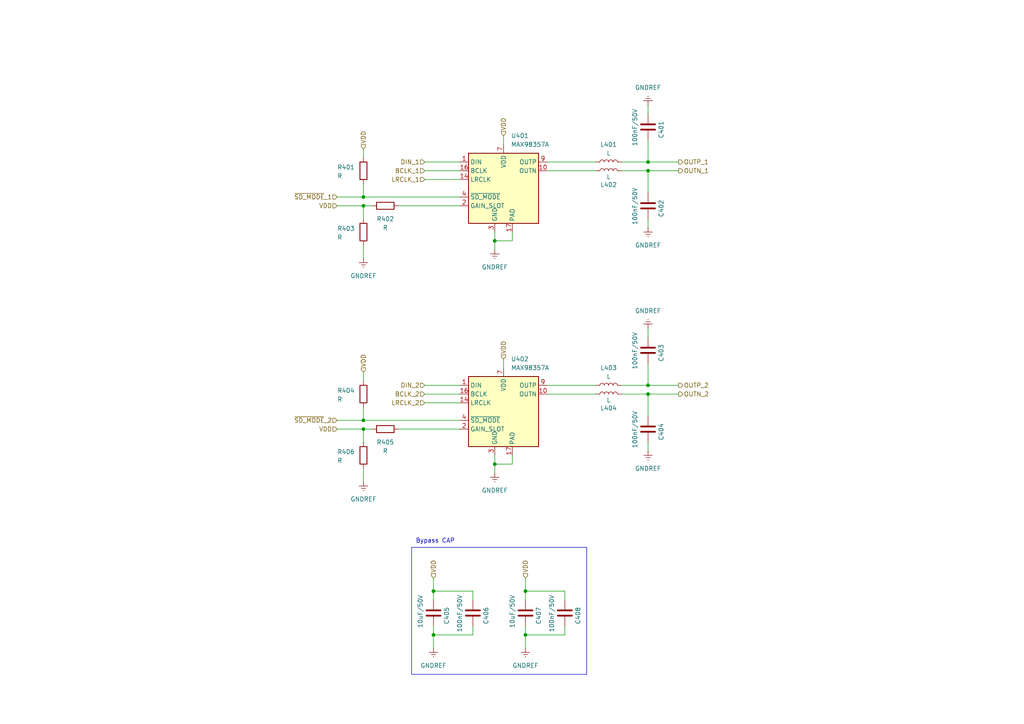
<source format=kicad_sch>
(kicad_sch
	(version 20250114)
	(generator "eeschema")
	(generator_version "9.0")
	(uuid "c1304ce8-21d6-4e4c-b1b6-aba4c9dddb16")
	(paper "A4")
	(title_block
		(title "PCB_BLE_Speaker")
		(date "2025-11-16")
		(rev "R.Casas")
	)
	(lib_symbols
		(symbol "Audio:MAX98357A"
			(exclude_from_sim no)
			(in_bom yes)
			(on_board yes)
			(property "Reference" "U"
				(at -8.89 11.43 0)
				(effects
					(font
						(size 1.27 1.27)
					)
				)
			)
			(property "Value" "MAX98357A"
				(at 10.16 11.43 0)
				(effects
					(font
						(size 1.27 1.27)
					)
				)
			)
			(property "Footprint" "Package_DFN_QFN:TQFN-16-1EP_3x3mm_P0.5mm_EP1.23x1.23mm"
				(at -1.27 -2.54 0)
				(effects
					(font
						(size 1.27 1.27)
					)
					(hide yes)
				)
			)
			(property "Datasheet" "https://www.analog.com/media/en/technical-documentation/data-sheets/MAX98357A-MAX98357B.pdf"
				(at 0 -2.54 0)
				(effects
					(font
						(size 1.27 1.27)
					)
					(hide yes)
				)
			)
			(property "Description" "Mono DAC with amplifier, I2S, PCM, TDM, 32-bit, 96khz, 3.2W, TQFP-16"
				(at 0 0 0)
				(effects
					(font
						(size 1.27 1.27)
					)
					(hide yes)
				)
			)
			(property "ki_keywords" "pcm tdm i2s left-justified amplifier audio dac"
				(at 0 0 0)
				(effects
					(font
						(size 1.27 1.27)
					)
					(hide yes)
				)
			)
			(property "ki_fp_filters" "TQFN*3x3mm*P0.5mm*EP1.23x1.23mm*"
				(at 0 0 0)
				(effects
					(font
						(size 1.27 1.27)
					)
					(hide yes)
				)
			)
			(symbol "MAX98357A_1_1"
				(rectangle
					(start -10.16 10.16)
					(end 10.16 -10.16)
					(stroke
						(width 0.254)
						(type default)
					)
					(fill
						(type background)
					)
				)
				(pin input line
					(at -12.7 7.62 0)
					(length 2.54)
					(name "DIN"
						(effects
							(font
								(size 1.27 1.27)
							)
						)
					)
					(number "1"
						(effects
							(font
								(size 1.27 1.27)
							)
						)
					)
				)
				(pin input line
					(at -12.7 5.08 0)
					(length 2.54)
					(name "BCLK"
						(effects
							(font
								(size 1.27 1.27)
							)
						)
					)
					(number "16"
						(effects
							(font
								(size 1.27 1.27)
							)
						)
					)
				)
				(pin input line
					(at -12.7 2.54 0)
					(length 2.54)
					(name "LRCLK"
						(effects
							(font
								(size 1.27 1.27)
							)
						)
					)
					(number "14"
						(effects
							(font
								(size 1.27 1.27)
							)
						)
					)
				)
				(pin input line
					(at -12.7 -2.54 0)
					(length 2.54)
					(name "~{SD_MODE}"
						(effects
							(font
								(size 1.27 1.27)
							)
						)
					)
					(number "4"
						(effects
							(font
								(size 1.27 1.27)
							)
						)
					)
				)
				(pin passive line
					(at -12.7 -5.08 0)
					(length 2.54)
					(name "GAIN_SLOT"
						(effects
							(font
								(size 1.27 1.27)
							)
						)
					)
					(number "2"
						(effects
							(font
								(size 1.27 1.27)
							)
						)
					)
				)
				(pin passive line
					(at -2.54 -12.7 90)
					(length 2.54)
					(hide yes)
					(name "GND"
						(effects
							(font
								(size 1.27 1.27)
							)
						)
					)
					(number "11"
						(effects
							(font
								(size 1.27 1.27)
							)
						)
					)
				)
				(pin passive line
					(at -2.54 -12.7 90)
					(length 2.54)
					(hide yes)
					(name "GND"
						(effects
							(font
								(size 1.27 1.27)
							)
						)
					)
					(number "15"
						(effects
							(font
								(size 1.27 1.27)
							)
						)
					)
				)
				(pin power_in line
					(at -2.54 -12.7 90)
					(length 2.54)
					(name "GND"
						(effects
							(font
								(size 1.27 1.27)
							)
						)
					)
					(number "3"
						(effects
							(font
								(size 1.27 1.27)
							)
						)
					)
				)
				(pin power_in line
					(at 0 12.7 270)
					(length 2.54)
					(name "VDD"
						(effects
							(font
								(size 1.27 1.27)
							)
						)
					)
					(number "7"
						(effects
							(font
								(size 1.27 1.27)
							)
						)
					)
				)
				(pin passive line
					(at 0 12.7 270)
					(length 2.54)
					(hide yes)
					(name "VDD"
						(effects
							(font
								(size 1.27 1.27)
							)
						)
					)
					(number "8"
						(effects
							(font
								(size 1.27 1.27)
							)
						)
					)
				)
				(pin unspecified line
					(at 2.54 -12.7 90)
					(length 2.54)
					(name "PAD"
						(effects
							(font
								(size 1.27 1.27)
							)
						)
					)
					(number "17"
						(effects
							(font
								(size 1.27 1.27)
							)
						)
					)
				)
				(pin no_connect line
					(at 10.16 2.54 180)
					(length 2.54)
					(hide yes)
					(name "NC"
						(effects
							(font
								(size 1.27 1.27)
							)
						)
					)
					(number "5"
						(effects
							(font
								(size 1.27 1.27)
							)
						)
					)
				)
				(pin no_connect line
					(at 10.16 0 180)
					(length 2.54)
					(hide yes)
					(name "NC"
						(effects
							(font
								(size 1.27 1.27)
							)
						)
					)
					(number "6"
						(effects
							(font
								(size 1.27 1.27)
							)
						)
					)
				)
				(pin no_connect line
					(at 10.16 -5.08 180)
					(length 2.54)
					(hide yes)
					(name "NC"
						(effects
							(font
								(size 1.27 1.27)
							)
						)
					)
					(number "12"
						(effects
							(font
								(size 1.27 1.27)
							)
						)
					)
				)
				(pin no_connect line
					(at 10.16 -7.62 180)
					(length 2.54)
					(hide yes)
					(name "NC"
						(effects
							(font
								(size 1.27 1.27)
							)
						)
					)
					(number "13"
						(effects
							(font
								(size 1.27 1.27)
							)
						)
					)
				)
				(pin output line
					(at 12.7 7.62 180)
					(length 2.54)
					(name "OUTP"
						(effects
							(font
								(size 1.27 1.27)
							)
						)
					)
					(number "9"
						(effects
							(font
								(size 1.27 1.27)
							)
						)
					)
				)
				(pin output line
					(at 12.7 5.08 180)
					(length 2.54)
					(name "OUTN"
						(effects
							(font
								(size 1.27 1.27)
							)
						)
					)
					(number "10"
						(effects
							(font
								(size 1.27 1.27)
							)
						)
					)
				)
			)
			(embedded_fonts no)
		)
		(symbol "Device:C"
			(pin_numbers
				(hide yes)
			)
			(pin_names
				(offset 0.254)
			)
			(exclude_from_sim no)
			(in_bom yes)
			(on_board yes)
			(property "Reference" "C"
				(at 0.635 2.54 0)
				(effects
					(font
						(size 1.27 1.27)
					)
					(justify left)
				)
			)
			(property "Value" "C"
				(at 0.635 -2.54 0)
				(effects
					(font
						(size 1.27 1.27)
					)
					(justify left)
				)
			)
			(property "Footprint" ""
				(at 0.9652 -3.81 0)
				(effects
					(font
						(size 1.27 1.27)
					)
					(hide yes)
				)
			)
			(property "Datasheet" "~"
				(at 0 0 0)
				(effects
					(font
						(size 1.27 1.27)
					)
					(hide yes)
				)
			)
			(property "Description" "Unpolarized capacitor"
				(at 0 0 0)
				(effects
					(font
						(size 1.27 1.27)
					)
					(hide yes)
				)
			)
			(property "ki_keywords" "cap capacitor"
				(at 0 0 0)
				(effects
					(font
						(size 1.27 1.27)
					)
					(hide yes)
				)
			)
			(property "ki_fp_filters" "C_*"
				(at 0 0 0)
				(effects
					(font
						(size 1.27 1.27)
					)
					(hide yes)
				)
			)
			(symbol "C_0_1"
				(polyline
					(pts
						(xy -2.032 0.762) (xy 2.032 0.762)
					)
					(stroke
						(width 0.508)
						(type default)
					)
					(fill
						(type none)
					)
				)
				(polyline
					(pts
						(xy -2.032 -0.762) (xy 2.032 -0.762)
					)
					(stroke
						(width 0.508)
						(type default)
					)
					(fill
						(type none)
					)
				)
			)
			(symbol "C_1_1"
				(pin passive line
					(at 0 3.81 270)
					(length 2.794)
					(name "~"
						(effects
							(font
								(size 1.27 1.27)
							)
						)
					)
					(number "1"
						(effects
							(font
								(size 1.27 1.27)
							)
						)
					)
				)
				(pin passive line
					(at 0 -3.81 90)
					(length 2.794)
					(name "~"
						(effects
							(font
								(size 1.27 1.27)
							)
						)
					)
					(number "2"
						(effects
							(font
								(size 1.27 1.27)
							)
						)
					)
				)
			)
			(embedded_fonts no)
		)
		(symbol "Device:L"
			(pin_numbers
				(hide yes)
			)
			(pin_names
				(offset 1.016)
				(hide yes)
			)
			(exclude_from_sim no)
			(in_bom yes)
			(on_board yes)
			(property "Reference" "L"
				(at -1.27 0 90)
				(effects
					(font
						(size 1.27 1.27)
					)
				)
			)
			(property "Value" "L"
				(at 1.905 0 90)
				(effects
					(font
						(size 1.27 1.27)
					)
				)
			)
			(property "Footprint" ""
				(at 0 0 0)
				(effects
					(font
						(size 1.27 1.27)
					)
					(hide yes)
				)
			)
			(property "Datasheet" "~"
				(at 0 0 0)
				(effects
					(font
						(size 1.27 1.27)
					)
					(hide yes)
				)
			)
			(property "Description" "Inductor"
				(at 0 0 0)
				(effects
					(font
						(size 1.27 1.27)
					)
					(hide yes)
				)
			)
			(property "ki_keywords" "inductor choke coil reactor magnetic"
				(at 0 0 0)
				(effects
					(font
						(size 1.27 1.27)
					)
					(hide yes)
				)
			)
			(property "ki_fp_filters" "Choke_* *Coil* Inductor_* L_*"
				(at 0 0 0)
				(effects
					(font
						(size 1.27 1.27)
					)
					(hide yes)
				)
			)
			(symbol "L_0_1"
				(arc
					(start 0 2.54)
					(mid 0.6323 1.905)
					(end 0 1.27)
					(stroke
						(width 0)
						(type default)
					)
					(fill
						(type none)
					)
				)
				(arc
					(start 0 1.27)
					(mid 0.6323 0.635)
					(end 0 0)
					(stroke
						(width 0)
						(type default)
					)
					(fill
						(type none)
					)
				)
				(arc
					(start 0 0)
					(mid 0.6323 -0.635)
					(end 0 -1.27)
					(stroke
						(width 0)
						(type default)
					)
					(fill
						(type none)
					)
				)
				(arc
					(start 0 -1.27)
					(mid 0.6323 -1.905)
					(end 0 -2.54)
					(stroke
						(width 0)
						(type default)
					)
					(fill
						(type none)
					)
				)
			)
			(symbol "L_1_1"
				(pin passive line
					(at 0 3.81 270)
					(length 1.27)
					(name "1"
						(effects
							(font
								(size 1.27 1.27)
							)
						)
					)
					(number "1"
						(effects
							(font
								(size 1.27 1.27)
							)
						)
					)
				)
				(pin passive line
					(at 0 -3.81 90)
					(length 1.27)
					(name "2"
						(effects
							(font
								(size 1.27 1.27)
							)
						)
					)
					(number "2"
						(effects
							(font
								(size 1.27 1.27)
							)
						)
					)
				)
			)
			(embedded_fonts no)
		)
		(symbol "Device:R"
			(pin_numbers
				(hide yes)
			)
			(pin_names
				(offset 0)
			)
			(exclude_from_sim no)
			(in_bom yes)
			(on_board yes)
			(property "Reference" "R"
				(at 2.032 0 90)
				(effects
					(font
						(size 1.27 1.27)
					)
				)
			)
			(property "Value" "R"
				(at 0 0 90)
				(effects
					(font
						(size 1.27 1.27)
					)
				)
			)
			(property "Footprint" ""
				(at -1.778 0 90)
				(effects
					(font
						(size 1.27 1.27)
					)
					(hide yes)
				)
			)
			(property "Datasheet" "~"
				(at 0 0 0)
				(effects
					(font
						(size 1.27 1.27)
					)
					(hide yes)
				)
			)
			(property "Description" "Resistor"
				(at 0 0 0)
				(effects
					(font
						(size 1.27 1.27)
					)
					(hide yes)
				)
			)
			(property "ki_keywords" "R res resistor"
				(at 0 0 0)
				(effects
					(font
						(size 1.27 1.27)
					)
					(hide yes)
				)
			)
			(property "ki_fp_filters" "R_*"
				(at 0 0 0)
				(effects
					(font
						(size 1.27 1.27)
					)
					(hide yes)
				)
			)
			(symbol "R_0_1"
				(rectangle
					(start -1.016 -2.54)
					(end 1.016 2.54)
					(stroke
						(width 0.254)
						(type default)
					)
					(fill
						(type none)
					)
				)
			)
			(symbol "R_1_1"
				(pin passive line
					(at 0 3.81 270)
					(length 1.27)
					(name "~"
						(effects
							(font
								(size 1.27 1.27)
							)
						)
					)
					(number "1"
						(effects
							(font
								(size 1.27 1.27)
							)
						)
					)
				)
				(pin passive line
					(at 0 -3.81 90)
					(length 1.27)
					(name "~"
						(effects
							(font
								(size 1.27 1.27)
							)
						)
					)
					(number "2"
						(effects
							(font
								(size 1.27 1.27)
							)
						)
					)
				)
			)
			(embedded_fonts no)
		)
		(symbol "power:GNDREF"
			(power)
			(pin_numbers
				(hide yes)
			)
			(pin_names
				(offset 0)
				(hide yes)
			)
			(exclude_from_sim no)
			(in_bom yes)
			(on_board yes)
			(property "Reference" "#PWR"
				(at 0 -6.35 0)
				(effects
					(font
						(size 1.27 1.27)
					)
					(hide yes)
				)
			)
			(property "Value" "GNDREF"
				(at 0 -3.81 0)
				(effects
					(font
						(size 1.27 1.27)
					)
				)
			)
			(property "Footprint" ""
				(at 0 0 0)
				(effects
					(font
						(size 1.27 1.27)
					)
					(hide yes)
				)
			)
			(property "Datasheet" ""
				(at 0 0 0)
				(effects
					(font
						(size 1.27 1.27)
					)
					(hide yes)
				)
			)
			(property "Description" "Power symbol creates a global label with name \"GNDREF\" , reference supply ground"
				(at 0 0 0)
				(effects
					(font
						(size 1.27 1.27)
					)
					(hide yes)
				)
			)
			(property "ki_keywords" "global power"
				(at 0 0 0)
				(effects
					(font
						(size 1.27 1.27)
					)
					(hide yes)
				)
			)
			(symbol "GNDREF_0_1"
				(polyline
					(pts
						(xy -0.635 -1.905) (xy 0.635 -1.905)
					)
					(stroke
						(width 0)
						(type default)
					)
					(fill
						(type none)
					)
				)
				(polyline
					(pts
						(xy -0.127 -2.54) (xy 0.127 -2.54)
					)
					(stroke
						(width 0)
						(type default)
					)
					(fill
						(type none)
					)
				)
				(polyline
					(pts
						(xy 0 -1.27) (xy 0 0)
					)
					(stroke
						(width 0)
						(type default)
					)
					(fill
						(type none)
					)
				)
				(polyline
					(pts
						(xy 1.27 -1.27) (xy -1.27 -1.27)
					)
					(stroke
						(width 0)
						(type default)
					)
					(fill
						(type none)
					)
				)
			)
			(symbol "GNDREF_1_1"
				(pin power_in line
					(at 0 0 270)
					(length 0)
					(name "~"
						(effects
							(font
								(size 1.27 1.27)
							)
						)
					)
					(number "1"
						(effects
							(font
								(size 1.27 1.27)
							)
						)
					)
				)
			)
			(embedded_fonts no)
		)
	)
	(rectangle
		(start 119.38 158.75)
		(end 170.18 195.58)
		(stroke
			(width 0)
			(type default)
		)
		(fill
			(type none)
		)
		(uuid f71d166b-8ce1-4e06-ba96-dd89de93b614)
	)
	(text "Bypass CAP"
		(exclude_from_sim no)
		(at 126.238 156.972 0)
		(effects
			(font
				(size 1.27 1.27)
			)
		)
		(uuid "1d93740e-cd81-4610-bfa5-8476e2063c8d")
	)
	(junction
		(at 105.41 59.69)
		(diameter 0)
		(color 0 0 0 0)
		(uuid "37d9da96-8b7d-4b71-a4fd-fcd7b4a6ff7f")
	)
	(junction
		(at 187.96 49.53)
		(diameter 0)
		(color 0 0 0 0)
		(uuid "402d6d25-d0e9-4da5-9a6e-70ef7e9b34f0")
	)
	(junction
		(at 187.96 111.76)
		(diameter 0)
		(color 0 0 0 0)
		(uuid "43662d89-d3b2-4dfc-9902-8d2609b553a8")
	)
	(junction
		(at 105.41 124.46)
		(diameter 0)
		(color 0 0 0 0)
		(uuid "4426dc12-55b1-4852-ac21-1e625452b156")
	)
	(junction
		(at 143.51 134.62)
		(diameter 0)
		(color 0 0 0 0)
		(uuid "449f4f08-d5f3-4cc3-bb4a-93e736747bf8")
	)
	(junction
		(at 143.51 69.85)
		(diameter 0)
		(color 0 0 0 0)
		(uuid "8732844c-8c63-4c11-a455-300fc1c2c2a5")
	)
	(junction
		(at 125.73 184.15)
		(diameter 0)
		(color 0 0 0 0)
		(uuid "b15db7b6-72d6-4aca-902f-f4b46d337d68")
	)
	(junction
		(at 152.4 171.45)
		(diameter 0)
		(color 0 0 0 0)
		(uuid "b1d9b798-74bd-4e79-aeb4-9e77390db1d2")
	)
	(junction
		(at 152.4 184.15)
		(diameter 0)
		(color 0 0 0 0)
		(uuid "bfb07561-1305-4f97-9de5-e890f504c9ce")
	)
	(junction
		(at 105.41 57.15)
		(diameter 0)
		(color 0 0 0 0)
		(uuid "d11a5625-290a-4066-8e5b-f64931160a01")
	)
	(junction
		(at 125.73 171.45)
		(diameter 0)
		(color 0 0 0 0)
		(uuid "d730ff40-631c-4a1b-b02a-50c1b3eb97b1")
	)
	(junction
		(at 187.96 114.3)
		(diameter 0)
		(color 0 0 0 0)
		(uuid "dbc711a5-6688-4e74-b56a-c99b45a4b4e0")
	)
	(junction
		(at 187.96 46.99)
		(diameter 0)
		(color 0 0 0 0)
		(uuid "dca4dad3-5504-40a0-9963-bf2998d38fba")
	)
	(junction
		(at 105.41 121.92)
		(diameter 0)
		(color 0 0 0 0)
		(uuid "e1f1989f-c4b3-44e3-82b9-0e4c09abb0d0")
	)
	(wire
		(pts
			(xy 123.19 52.07) (xy 133.35 52.07)
		)
		(stroke
			(width 0)
			(type default)
		)
		(uuid "08fbec30-0a64-4dfd-829c-96b7fe936c41")
	)
	(wire
		(pts
			(xy 97.79 57.15) (xy 105.41 57.15)
		)
		(stroke
			(width 0)
			(type default)
		)
		(uuid "0a4ab41a-9a3a-4fef-92ea-4ba90b8b774b")
	)
	(wire
		(pts
			(xy 143.51 137.16) (xy 143.51 134.62)
		)
		(stroke
			(width 0)
			(type default)
		)
		(uuid "0c57d814-b448-4d01-9869-3f6eb671bbc1")
	)
	(wire
		(pts
			(xy 137.16 173.99) (xy 137.16 171.45)
		)
		(stroke
			(width 0)
			(type default)
		)
		(uuid "120bcd47-1b96-4cbe-ae6a-b06351b0bf96")
	)
	(wire
		(pts
			(xy 148.59 134.62) (xy 143.51 134.62)
		)
		(stroke
			(width 0)
			(type default)
		)
		(uuid "183384fe-0c74-4622-8977-b24e1230e7f5")
	)
	(wire
		(pts
			(xy 180.34 114.3) (xy 187.96 114.3)
		)
		(stroke
			(width 0)
			(type default)
		)
		(uuid "1b34177d-6527-48f3-bdc7-f04dd3084eb5")
	)
	(wire
		(pts
			(xy 97.79 121.92) (xy 105.41 121.92)
		)
		(stroke
			(width 0)
			(type default)
		)
		(uuid "1c46501b-e4f4-484e-93df-39d000169370")
	)
	(wire
		(pts
			(xy 105.41 71.12) (xy 105.41 74.93)
		)
		(stroke
			(width 0)
			(type default)
		)
		(uuid "21382b97-3a1e-4970-ad71-e2205de75367")
	)
	(wire
		(pts
			(xy 125.73 167.64) (xy 125.73 171.45)
		)
		(stroke
			(width 0)
			(type default)
		)
		(uuid "23b6f758-59a9-4260-a559-94891a2390af")
	)
	(wire
		(pts
			(xy 152.4 167.64) (xy 152.4 171.45)
		)
		(stroke
			(width 0)
			(type default)
		)
		(uuid "2508f9e6-1dfb-4698-b98b-7ade0f49c598")
	)
	(wire
		(pts
			(xy 123.19 114.3) (xy 133.35 114.3)
		)
		(stroke
			(width 0)
			(type default)
		)
		(uuid "282600b2-83e2-4cbf-a62f-1bd57aaf20b2")
	)
	(wire
		(pts
			(xy 163.83 171.45) (xy 152.4 171.45)
		)
		(stroke
			(width 0)
			(type default)
		)
		(uuid "2d1fa6e4-2d6b-4efa-81ed-075eec5aad3c")
	)
	(wire
		(pts
			(xy 163.83 184.15) (xy 152.4 184.15)
		)
		(stroke
			(width 0)
			(type default)
		)
		(uuid "32c2337d-64a1-47cb-b811-eddb35cf76a2")
	)
	(wire
		(pts
			(xy 137.16 181.61) (xy 137.16 184.15)
		)
		(stroke
			(width 0)
			(type default)
		)
		(uuid "33bcde5c-2ee7-425a-ab06-b1be9d568116")
	)
	(wire
		(pts
			(xy 123.19 49.53) (xy 133.35 49.53)
		)
		(stroke
			(width 0)
			(type default)
		)
		(uuid "365ad130-18e1-48a2-b1c4-342ea317d5c9")
	)
	(wire
		(pts
			(xy 105.41 135.89) (xy 105.41 139.7)
		)
		(stroke
			(width 0)
			(type default)
		)
		(uuid "383b3052-b30c-4d80-b00d-0e933a3387b3")
	)
	(wire
		(pts
			(xy 180.34 46.99) (xy 187.96 46.99)
		)
		(stroke
			(width 0)
			(type default)
		)
		(uuid "3f09e8bc-41ef-4460-9153-63f3a89f9106")
	)
	(wire
		(pts
			(xy 158.75 49.53) (xy 172.72 49.53)
		)
		(stroke
			(width 0)
			(type default)
		)
		(uuid "43dec6c8-ec01-4b4e-a369-dc2690edfa70")
	)
	(wire
		(pts
			(xy 105.41 53.34) (xy 105.41 57.15)
		)
		(stroke
			(width 0)
			(type default)
		)
		(uuid "4f3f787a-f089-4cce-a6d9-79a3ef45c343")
	)
	(wire
		(pts
			(xy 148.59 69.85) (xy 143.51 69.85)
		)
		(stroke
			(width 0)
			(type default)
		)
		(uuid "5456daec-ad1c-40c6-a8c9-aef57a208a6e")
	)
	(wire
		(pts
			(xy 152.4 184.15) (xy 152.4 187.96)
		)
		(stroke
			(width 0)
			(type default)
		)
		(uuid "57bd94b5-7fb7-462a-927d-1da023deb61b")
	)
	(wire
		(pts
			(xy 125.73 181.61) (xy 125.73 184.15)
		)
		(stroke
			(width 0)
			(type default)
		)
		(uuid "5e6cbd08-006d-4585-81ed-2d2ba18661ac")
	)
	(wire
		(pts
			(xy 187.96 114.3) (xy 187.96 120.65)
		)
		(stroke
			(width 0)
			(type default)
		)
		(uuid "62eb19b0-6b3e-498a-af26-61ee5c6a0e02")
	)
	(wire
		(pts
			(xy 105.41 118.11) (xy 105.41 121.92)
		)
		(stroke
			(width 0)
			(type default)
		)
		(uuid "64765659-eb63-48d4-8587-1fec5b5b065b")
	)
	(wire
		(pts
			(xy 146.05 39.37) (xy 146.05 41.91)
		)
		(stroke
			(width 0)
			(type default)
		)
		(uuid "654d8391-2e2c-4ed5-842d-271d9d3a8359")
	)
	(wire
		(pts
			(xy 97.79 124.46) (xy 105.41 124.46)
		)
		(stroke
			(width 0)
			(type default)
		)
		(uuid "665a6efe-161a-42e7-a36b-ccf6031e3137")
	)
	(wire
		(pts
			(xy 123.19 111.76) (xy 133.35 111.76)
		)
		(stroke
			(width 0)
			(type default)
		)
		(uuid "6c633adc-7c2f-4a93-aa35-5856af6d2e3c")
	)
	(wire
		(pts
			(xy 187.96 30.48) (xy 187.96 33.02)
		)
		(stroke
			(width 0)
			(type default)
		)
		(uuid "74bb9662-d852-4df1-ac71-36713dbb4d23")
	)
	(wire
		(pts
			(xy 152.4 181.61) (xy 152.4 184.15)
		)
		(stroke
			(width 0)
			(type default)
		)
		(uuid "76ed8162-a5e1-487b-b70e-f917527101fa")
	)
	(wire
		(pts
			(xy 187.96 111.76) (xy 196.85 111.76)
		)
		(stroke
			(width 0)
			(type default)
		)
		(uuid "7a25126a-f4f4-4f97-9fa3-0c070f63cf9c")
	)
	(wire
		(pts
			(xy 105.41 107.95) (xy 105.41 110.49)
		)
		(stroke
			(width 0)
			(type default)
		)
		(uuid "7c5a5543-4e33-451a-bf82-1b84981f251a")
	)
	(wire
		(pts
			(xy 137.16 171.45) (xy 125.73 171.45)
		)
		(stroke
			(width 0)
			(type default)
		)
		(uuid "7f27a3da-830c-4d8d-bb42-01083af59f65")
	)
	(wire
		(pts
			(xy 187.96 105.41) (xy 187.96 111.76)
		)
		(stroke
			(width 0)
			(type default)
		)
		(uuid "8415950b-989c-4ff3-8693-514acfd7e4d5")
	)
	(wire
		(pts
			(xy 187.96 95.25) (xy 187.96 97.79)
		)
		(stroke
			(width 0)
			(type default)
		)
		(uuid "85999538-bb6b-4662-8e49-730dae4b3817")
	)
	(wire
		(pts
			(xy 123.19 46.99) (xy 133.35 46.99)
		)
		(stroke
			(width 0)
			(type default)
		)
		(uuid "85dea425-f567-405b-8138-41785d41cc8f")
	)
	(wire
		(pts
			(xy 158.75 111.76) (xy 172.72 111.76)
		)
		(stroke
			(width 0)
			(type default)
		)
		(uuid "8c569110-ca18-4a29-99be-cef2bd2a383c")
	)
	(wire
		(pts
			(xy 187.96 40.64) (xy 187.96 46.99)
		)
		(stroke
			(width 0)
			(type default)
		)
		(uuid "90f84238-c957-44cf-9a9a-0ce5afad247f")
	)
	(wire
		(pts
			(xy 105.41 59.69) (xy 105.41 63.5)
		)
		(stroke
			(width 0)
			(type default)
		)
		(uuid "98319e83-cd3d-4aa6-9772-39506209863a")
	)
	(wire
		(pts
			(xy 137.16 184.15) (xy 125.73 184.15)
		)
		(stroke
			(width 0)
			(type default)
		)
		(uuid "9ca2d156-f541-42a0-8d81-62e9981f0bcc")
	)
	(wire
		(pts
			(xy 105.41 124.46) (xy 107.95 124.46)
		)
		(stroke
			(width 0)
			(type default)
		)
		(uuid "9ce021dc-9f3e-4394-ae4d-6aee63832df5")
	)
	(wire
		(pts
			(xy 105.41 57.15) (xy 133.35 57.15)
		)
		(stroke
			(width 0)
			(type default)
		)
		(uuid "9f48de82-c8d6-4d98-826d-4ee350dc400a")
	)
	(wire
		(pts
			(xy 97.79 59.69) (xy 105.41 59.69)
		)
		(stroke
			(width 0)
			(type default)
		)
		(uuid "a1426999-577a-48c0-87c5-ae05228f5d41")
	)
	(wire
		(pts
			(xy 143.51 134.62) (xy 143.51 132.08)
		)
		(stroke
			(width 0)
			(type default)
		)
		(uuid "a368a8a1-01b3-4689-b964-552e8334e8fa")
	)
	(wire
		(pts
			(xy 187.96 128.27) (xy 187.96 130.81)
		)
		(stroke
			(width 0)
			(type default)
		)
		(uuid "a52bb1bf-eea7-4910-a364-2074b280afec")
	)
	(wire
		(pts
			(xy 105.41 124.46) (xy 105.41 128.27)
		)
		(stroke
			(width 0)
			(type default)
		)
		(uuid "a78387c5-c235-40a5-b44f-d1d0c63d1094")
	)
	(wire
		(pts
			(xy 180.34 111.76) (xy 187.96 111.76)
		)
		(stroke
			(width 0)
			(type default)
		)
		(uuid "aa1a33ec-04d9-4178-bb66-9493571de0c2")
	)
	(wire
		(pts
			(xy 163.83 173.99) (xy 163.83 171.45)
		)
		(stroke
			(width 0)
			(type default)
		)
		(uuid "b0b4d223-5f9b-4f36-9684-07c48e0a1ca6")
	)
	(wire
		(pts
			(xy 158.75 114.3) (xy 172.72 114.3)
		)
		(stroke
			(width 0)
			(type default)
		)
		(uuid "b9a93d9d-8e1e-4c76-932d-2c7f3b057e6c")
	)
	(wire
		(pts
			(xy 105.41 59.69) (xy 107.95 59.69)
		)
		(stroke
			(width 0)
			(type default)
		)
		(uuid "bc3b1640-3d9c-421a-8df8-7f7d6370b09a")
	)
	(wire
		(pts
			(xy 180.34 49.53) (xy 187.96 49.53)
		)
		(stroke
			(width 0)
			(type default)
		)
		(uuid "c3bb2575-624d-4bc4-a06e-94647a5fcda8")
	)
	(wire
		(pts
			(xy 158.75 46.99) (xy 172.72 46.99)
		)
		(stroke
			(width 0)
			(type default)
		)
		(uuid "c5669ecd-0625-4bad-929b-cae065b4633e")
	)
	(wire
		(pts
			(xy 105.41 121.92) (xy 133.35 121.92)
		)
		(stroke
			(width 0)
			(type default)
		)
		(uuid "cfc69ca9-9bfa-4981-81b4-e76a1ced2eaa")
	)
	(wire
		(pts
			(xy 187.96 49.53) (xy 196.85 49.53)
		)
		(stroke
			(width 0)
			(type default)
		)
		(uuid "d0fc6c60-7124-4b5f-8669-05dd7a0d7ace")
	)
	(wire
		(pts
			(xy 105.41 43.18) (xy 105.41 45.72)
		)
		(stroke
			(width 0)
			(type default)
		)
		(uuid "d30db83f-1ad3-4b22-85d6-a33df6fe2230")
	)
	(wire
		(pts
			(xy 148.59 132.08) (xy 148.59 134.62)
		)
		(stroke
			(width 0)
			(type default)
		)
		(uuid "d31f7ac1-fdbd-4788-b5d4-654a66cbad08")
	)
	(wire
		(pts
			(xy 187.96 63.5) (xy 187.96 66.04)
		)
		(stroke
			(width 0)
			(type default)
		)
		(uuid "d3a4a615-1484-4dd4-92bf-207b81544e8c")
	)
	(wire
		(pts
			(xy 146.05 104.14) (xy 146.05 106.68)
		)
		(stroke
			(width 0)
			(type default)
		)
		(uuid "d5ce78c3-844e-4b14-80ad-16aefbb56086")
	)
	(wire
		(pts
			(xy 123.19 116.84) (xy 133.35 116.84)
		)
		(stroke
			(width 0)
			(type default)
		)
		(uuid "db9de138-acdd-4713-8eb1-710eef251dd8")
	)
	(wire
		(pts
			(xy 125.73 184.15) (xy 125.73 187.96)
		)
		(stroke
			(width 0)
			(type default)
		)
		(uuid "dbc3c586-a48c-4c66-999f-31946e97c3aa")
	)
	(wire
		(pts
			(xy 125.73 171.45) (xy 125.73 173.99)
		)
		(stroke
			(width 0)
			(type default)
		)
		(uuid "e08f0df2-a9b9-4c48-a166-7120f107425e")
	)
	(wire
		(pts
			(xy 115.57 124.46) (xy 133.35 124.46)
		)
		(stroke
			(width 0)
			(type default)
		)
		(uuid "e0d6ffa4-296b-43bd-a9e6-44cc546277a0")
	)
	(wire
		(pts
			(xy 187.96 114.3) (xy 196.85 114.3)
		)
		(stroke
			(width 0)
			(type default)
		)
		(uuid "e0f2469a-6593-4452-9fa6-3641db045113")
	)
	(wire
		(pts
			(xy 163.83 181.61) (xy 163.83 184.15)
		)
		(stroke
			(width 0)
			(type default)
		)
		(uuid "e8dfa447-54c3-490f-9863-9ce83b2f909e")
	)
	(wire
		(pts
			(xy 187.96 49.53) (xy 187.96 55.88)
		)
		(stroke
			(width 0)
			(type default)
		)
		(uuid "f1ac2f11-23a2-4a2e-be20-a34076ab5323")
	)
	(wire
		(pts
			(xy 152.4 171.45) (xy 152.4 173.99)
		)
		(stroke
			(width 0)
			(type default)
		)
		(uuid "f2cc3f9e-4274-4e99-ba70-1da6944f69f7")
	)
	(wire
		(pts
			(xy 143.51 69.85) (xy 143.51 67.31)
		)
		(stroke
			(width 0)
			(type default)
		)
		(uuid "f488cc09-ebfa-4ed9-bbb4-73f87d99ac3d")
	)
	(wire
		(pts
			(xy 115.57 59.69) (xy 133.35 59.69)
		)
		(stroke
			(width 0)
			(type default)
		)
		(uuid "f5cc3eb3-1920-4444-a293-455a4e21e3f9")
	)
	(wire
		(pts
			(xy 148.59 67.31) (xy 148.59 69.85)
		)
		(stroke
			(width 0)
			(type default)
		)
		(uuid "f6b47be8-e477-443b-aa17-42197bdac827")
	)
	(wire
		(pts
			(xy 143.51 72.39) (xy 143.51 69.85)
		)
		(stroke
			(width 0)
			(type default)
		)
		(uuid "f9787b4a-1e2a-4020-a9d0-feef0333e4f3")
	)
	(wire
		(pts
			(xy 187.96 46.99) (xy 196.85 46.99)
		)
		(stroke
			(width 0)
			(type default)
		)
		(uuid "ffc1fd7c-2306-4aea-9097-6e08e3aa14fa")
	)
	(hierarchical_label "OUTN_2"
		(shape output)
		(at 196.85 114.3 0)
		(effects
			(font
				(size 1.27 1.27)
			)
			(justify left)
		)
		(uuid "03d32a02-5382-46c5-bfb3-8705e5a73b67")
	)
	(hierarchical_label "OUTP_1"
		(shape output)
		(at 196.85 46.99 0)
		(effects
			(font
				(size 1.27 1.27)
			)
			(justify left)
		)
		(uuid "04a6cedd-8313-420f-92ca-363f23badf20")
	)
	(hierarchical_label "VDD"
		(shape input)
		(at 97.79 59.69 180)
		(effects
			(font
				(size 1.27 1.27)
			)
			(justify right)
		)
		(uuid "0b9c4045-378b-4cf0-8ebe-47d653f39093")
	)
	(hierarchical_label "LRCLK_1"
		(shape input)
		(at 123.19 52.07 180)
		(effects
			(font
				(size 1.27 1.27)
			)
			(justify right)
		)
		(uuid "15e8b383-5c0c-4080-a9ce-b1ad17c14db7")
	)
	(hierarchical_label "VDD"
		(shape input)
		(at 97.79 124.46 180)
		(effects
			(font
				(size 1.27 1.27)
			)
			(justify right)
		)
		(uuid "1978a614-cd61-4e23-8914-4771c907988d")
	)
	(hierarchical_label "VDD"
		(shape input)
		(at 105.41 107.95 90)
		(effects
			(font
				(size 1.27 1.27)
			)
			(justify left)
		)
		(uuid "228eea47-67e8-406a-a643-338a44914675")
	)
	(hierarchical_label "DIN_2"
		(shape input)
		(at 123.19 111.76 180)
		(effects
			(font
				(size 1.27 1.27)
			)
			(justify right)
		)
		(uuid "47a885e8-c8af-4e82-bd0b-b57cae173e2f")
	)
	(hierarchical_label "~{SD_MODE}_1"
		(shape input)
		(at 97.79 57.15 180)
		(effects
			(font
				(size 1.27 1.27)
			)
			(justify right)
		)
		(uuid "5493e62c-518c-4298-a885-9f0b414dbc8b")
	)
	(hierarchical_label "OUTP_2"
		(shape output)
		(at 196.85 111.76 0)
		(effects
			(font
				(size 1.27 1.27)
			)
			(justify left)
		)
		(uuid "609d03a5-2ad1-4198-be95-71325b2bc2e1")
	)
	(hierarchical_label "~{SD_MODE}_2"
		(shape input)
		(at 97.79 121.92 180)
		(effects
			(font
				(size 1.27 1.27)
			)
			(justify right)
		)
		(uuid "65ff7003-34a4-4307-a852-de5a95a0f16a")
	)
	(hierarchical_label "VDD"
		(shape input)
		(at 152.4 167.64 90)
		(effects
			(font
				(size 1.27 1.27)
			)
			(justify left)
		)
		(uuid "9ef4b551-fa76-4ff3-9dbc-53cd44aab565")
	)
	(hierarchical_label "VDD"
		(shape input)
		(at 105.41 43.18 90)
		(effects
			(font
				(size 1.27 1.27)
			)
			(justify left)
		)
		(uuid "a3178724-2bc7-47b0-bd85-bfd9bbce448e")
	)
	(hierarchical_label "BCLK_2"
		(shape input)
		(at 123.19 114.3 180)
		(effects
			(font
				(size 1.27 1.27)
			)
			(justify right)
		)
		(uuid "a7746599-9d55-428e-abf4-afd5c0c39cf4")
	)
	(hierarchical_label "VDD"
		(shape input)
		(at 146.05 39.37 90)
		(effects
			(font
				(size 1.27 1.27)
			)
			(justify left)
		)
		(uuid "a8f572a6-b1e7-455b-ae5e-7f7d605152e6")
	)
	(hierarchical_label "DIN_1"
		(shape input)
		(at 123.19 46.99 180)
		(effects
			(font
				(size 1.27 1.27)
			)
			(justify right)
		)
		(uuid "d550eedb-7fa9-4f83-87be-7b1124ec7223")
	)
	(hierarchical_label "VDD"
		(shape input)
		(at 146.05 104.14 90)
		(effects
			(font
				(size 1.27 1.27)
			)
			(justify left)
		)
		(uuid "d6b22c5f-3505-4e4a-90c7-bc4e7c30a9c2")
	)
	(hierarchical_label "OUTN_1"
		(shape output)
		(at 196.85 49.53 0)
		(effects
			(font
				(size 1.27 1.27)
			)
			(justify left)
		)
		(uuid "d9be31c0-8fbb-4829-8bc8-7364a9f966ab")
	)
	(hierarchical_label "VDD"
		(shape input)
		(at 125.73 167.64 90)
		(effects
			(font
				(size 1.27 1.27)
			)
			(justify left)
		)
		(uuid "e17c5b86-9351-478f-a78d-a79715c711dc")
	)
	(hierarchical_label "LRCLK_2"
		(shape input)
		(at 123.19 116.84 180)
		(effects
			(font
				(size 1.27 1.27)
			)
			(justify right)
		)
		(uuid "e34724b5-97bd-4609-adc5-94163eadc1b8")
	)
	(hierarchical_label "BCLK_1"
		(shape input)
		(at 123.19 49.53 180)
		(effects
			(font
				(size 1.27 1.27)
			)
			(justify right)
		)
		(uuid "f338dc4e-e2cd-40ef-b785-38cd40e8ad10")
	)
	(symbol
		(lib_id "Device:R")
		(at 111.76 59.69 90)
		(unit 1)
		(exclude_from_sim no)
		(in_bom yes)
		(on_board yes)
		(dnp no)
		(uuid "06b93da2-c2cd-4938-a5ae-d805e2781543")
		(property "Reference" "R402"
			(at 111.76 63.5 90)
			(effects
				(font
					(size 1.27 1.27)
				)
			)
		)
		(property "Value" "R"
			(at 111.76 66.04 90)
			(effects
				(font
					(size 1.27 1.27)
				)
			)
		)
		(property "Footprint" "Resistor_SMD:R_0603_1608Metric_Pad0.98x0.95mm_HandSolder"
			(at 111.76 61.468 90)
			(effects
				(font
					(size 1.27 1.27)
				)
				(hide yes)
			)
		)
		(property "Datasheet" "~"
			(at 111.76 59.69 0)
			(effects
				(font
					(size 1.27 1.27)
				)
				(hide yes)
			)
		)
		(property "Description" "Resistor"
			(at 111.76 59.69 0)
			(effects
				(font
					(size 1.27 1.27)
				)
				(hide yes)
			)
		)
		(pin "1"
			(uuid "9ced9372-22aa-4f1e-a3bc-3489bc725ec7")
		)
		(pin "2"
			(uuid "a8ebf500-ae64-4ebf-a485-9c6e166c6381")
		)
		(instances
			(project "PCB_BLE_Speaker"
				(path "/ee5079a3-7a94-4c31-a728-9ec7d03fd2da/2701977a-8f84-4dc8-9ab3-64ac234169d7"
					(reference "R402")
					(unit 1)
				)
			)
		)
	)
	(symbol
		(lib_id "Device:C")
		(at 125.73 177.8 180)
		(unit 1)
		(exclude_from_sim no)
		(in_bom yes)
		(on_board yes)
		(dnp no)
		(uuid "1f114e75-10a0-49bb-82ac-8e690970a5a1")
		(property "Reference" "C405"
			(at 129.54 176.022 90)
			(effects
				(font
					(size 1.27 1.27)
				)
				(justify left)
			)
		)
		(property "Value" "10uF/50V"
			(at 121.92 172.466 90)
			(effects
				(font
					(size 1.27 1.27)
				)
				(justify left)
			)
		)
		(property "Footprint" "Capacitor_SMD:C_0603_1608Metric_Pad1.08x0.95mm_HandSolder"
			(at 124.7648 173.99 0)
			(effects
				(font
					(size 1.27 1.27)
				)
				(hide yes)
			)
		)
		(property "Datasheet" "~"
			(at 125.73 177.8 0)
			(effects
				(font
					(size 1.27 1.27)
				)
				(hide yes)
			)
		)
		(property "Description" "Unpolarized capacitor"
			(at 125.73 177.8 0)
			(effects
				(font
					(size 1.27 1.27)
				)
				(hide yes)
			)
		)
		(pin "1"
			(uuid "a0947e3d-6367-438e-845e-7f9cc0c39e6f")
		)
		(pin "2"
			(uuid "9eb8b6e4-7900-4db4-8074-adcb2bb248f5")
		)
		(instances
			(project "PCB_BLE_Speaker"
				(path "/ee5079a3-7a94-4c31-a728-9ec7d03fd2da/2701977a-8f84-4dc8-9ab3-64ac234169d7"
					(reference "C405")
					(unit 1)
				)
			)
		)
	)
	(symbol
		(lib_id "power:GNDREF")
		(at 187.96 30.48 180)
		(unit 1)
		(exclude_from_sim no)
		(in_bom yes)
		(on_board yes)
		(dnp no)
		(fields_autoplaced yes)
		(uuid "2563f7a3-a22a-460d-b53e-225a49eeb2ff")
		(property "Reference" "#PWR0401"
			(at 187.96 24.13 0)
			(effects
				(font
					(size 1.27 1.27)
				)
				(hide yes)
			)
		)
		(property "Value" "GNDREF"
			(at 187.96 25.4 0)
			(effects
				(font
					(size 1.27 1.27)
				)
			)
		)
		(property "Footprint" ""
			(at 187.96 30.48 0)
			(effects
				(font
					(size 1.27 1.27)
				)
				(hide yes)
			)
		)
		(property "Datasheet" ""
			(at 187.96 30.48 0)
			(effects
				(font
					(size 1.27 1.27)
				)
				(hide yes)
			)
		)
		(property "Description" "Power symbol creates a global label with name \"GNDREF\" , reference supply ground"
			(at 187.96 30.48 0)
			(effects
				(font
					(size 1.27 1.27)
				)
				(hide yes)
			)
		)
		(pin "1"
			(uuid "9e5495a8-19f1-428e-a4a4-0b79b71e41c1")
		)
		(instances
			(project ""
				(path "/ee5079a3-7a94-4c31-a728-9ec7d03fd2da/2701977a-8f84-4dc8-9ab3-64ac234169d7"
					(reference "#PWR0401")
					(unit 1)
				)
			)
		)
	)
	(symbol
		(lib_id "power:GNDREF")
		(at 143.51 137.16 0)
		(unit 1)
		(exclude_from_sim no)
		(in_bom yes)
		(on_board yes)
		(dnp no)
		(fields_autoplaced yes)
		(uuid "287fdf96-0e3d-4d1d-a79b-2651e4a45729")
		(property "Reference" "#PWR0407"
			(at 143.51 143.51 0)
			(effects
				(font
					(size 1.27 1.27)
				)
				(hide yes)
			)
		)
		(property "Value" "GNDREF"
			(at 143.51 142.24 0)
			(effects
				(font
					(size 1.27 1.27)
				)
			)
		)
		(property "Footprint" ""
			(at 143.51 137.16 0)
			(effects
				(font
					(size 1.27 1.27)
				)
				(hide yes)
			)
		)
		(property "Datasheet" ""
			(at 143.51 137.16 0)
			(effects
				(font
					(size 1.27 1.27)
				)
				(hide yes)
			)
		)
		(property "Description" "Power symbol creates a global label with name \"GNDREF\" , reference supply ground"
			(at 143.51 137.16 0)
			(effects
				(font
					(size 1.27 1.27)
				)
				(hide yes)
			)
		)
		(pin "1"
			(uuid "89830c9c-f194-4ef2-a883-bb4d964c82b4")
		)
		(instances
			(project "PCB_BLE_Speaker"
				(path "/ee5079a3-7a94-4c31-a728-9ec7d03fd2da/2701977a-8f84-4dc8-9ab3-64ac234169d7"
					(reference "#PWR0407")
					(unit 1)
				)
			)
		)
	)
	(symbol
		(lib_id "Device:R")
		(at 105.41 49.53 0)
		(unit 1)
		(exclude_from_sim no)
		(in_bom yes)
		(on_board yes)
		(dnp no)
		(uuid "2944184f-1638-4f44-835c-aa4f0f4cd051")
		(property "Reference" "R401"
			(at 97.79 48.514 0)
			(effects
				(font
					(size 1.27 1.27)
				)
				(justify left)
			)
		)
		(property "Value" "R"
			(at 97.79 51.054 0)
			(effects
				(font
					(size 1.27 1.27)
				)
				(justify left)
			)
		)
		(property "Footprint" "Resistor_SMD:R_0603_1608Metric_Pad0.98x0.95mm_HandSolder"
			(at 103.632 49.53 90)
			(effects
				(font
					(size 1.27 1.27)
				)
				(hide yes)
			)
		)
		(property "Datasheet" "~"
			(at 105.41 49.53 0)
			(effects
				(font
					(size 1.27 1.27)
				)
				(hide yes)
			)
		)
		(property "Description" "Resistor"
			(at 105.41 49.53 0)
			(effects
				(font
					(size 1.27 1.27)
				)
				(hide yes)
			)
		)
		(pin "1"
			(uuid "148d87a9-65fc-45ac-b5d5-66eed3117cea")
		)
		(pin "2"
			(uuid "2126ed2a-52a8-48d3-b0e6-0d6f42053927")
		)
		(instances
			(project "PCB_BLE_Speaker"
				(path "/ee5079a3-7a94-4c31-a728-9ec7d03fd2da/2701977a-8f84-4dc8-9ab3-64ac234169d7"
					(reference "R401")
					(unit 1)
				)
			)
		)
	)
	(symbol
		(lib_id "Device:C")
		(at 187.96 124.46 180)
		(unit 1)
		(exclude_from_sim no)
		(in_bom yes)
		(on_board yes)
		(dnp no)
		(uuid "2cda661a-5524-4288-9f51-67fe43e1f176")
		(property "Reference" "C404"
			(at 191.77 122.682 90)
			(effects
				(font
					(size 1.27 1.27)
				)
				(justify left)
			)
		)
		(property "Value" "100nF/50V"
			(at 184.15 119.126 90)
			(effects
				(font
					(size 1.27 1.27)
				)
				(justify left)
			)
		)
		(property "Footprint" "Capacitor_SMD:C_0603_1608Metric_Pad1.08x0.95mm_HandSolder"
			(at 186.9948 120.65 0)
			(effects
				(font
					(size 1.27 1.27)
				)
				(hide yes)
			)
		)
		(property "Datasheet" "~"
			(at 187.96 124.46 0)
			(effects
				(font
					(size 1.27 1.27)
				)
				(hide yes)
			)
		)
		(property "Description" "Unpolarized capacitor"
			(at 187.96 124.46 0)
			(effects
				(font
					(size 1.27 1.27)
				)
				(hide yes)
			)
		)
		(pin "1"
			(uuid "d34e0d93-f7a9-402d-aef4-7f67f129d7d1")
		)
		(pin "2"
			(uuid "25c76335-16f0-4893-974e-b2261b70374d")
		)
		(instances
			(project "PCB_BLE_Speaker"
				(path "/ee5079a3-7a94-4c31-a728-9ec7d03fd2da/2701977a-8f84-4dc8-9ab3-64ac234169d7"
					(reference "C404")
					(unit 1)
				)
			)
		)
	)
	(symbol
		(lib_id "Device:C")
		(at 163.83 177.8 180)
		(unit 1)
		(exclude_from_sim no)
		(in_bom yes)
		(on_board yes)
		(dnp no)
		(uuid "3a5e91f1-9537-497b-a568-2c32d44f4b79")
		(property "Reference" "C408"
			(at 167.64 176.022 90)
			(effects
				(font
					(size 1.27 1.27)
				)
				(justify left)
			)
		)
		(property "Value" "100nF/50V"
			(at 160.02 172.466 90)
			(effects
				(font
					(size 1.27 1.27)
				)
				(justify left)
			)
		)
		(property "Footprint" "Capacitor_SMD:C_0603_1608Metric_Pad1.08x0.95mm_HandSolder"
			(at 162.8648 173.99 0)
			(effects
				(font
					(size 1.27 1.27)
				)
				(hide yes)
			)
		)
		(property "Datasheet" "~"
			(at 163.83 177.8 0)
			(effects
				(font
					(size 1.27 1.27)
				)
				(hide yes)
			)
		)
		(property "Description" "Unpolarized capacitor"
			(at 163.83 177.8 0)
			(effects
				(font
					(size 1.27 1.27)
				)
				(hide yes)
			)
		)
		(pin "1"
			(uuid "95f3d209-e4af-4049-90b6-c8b4c02fff10")
		)
		(pin "2"
			(uuid "d5cfd702-e609-436e-8645-7972c488cbad")
		)
		(instances
			(project "PCB_BLE_Speaker"
				(path "/ee5079a3-7a94-4c31-a728-9ec7d03fd2da/2701977a-8f84-4dc8-9ab3-64ac234169d7"
					(reference "C408")
					(unit 1)
				)
			)
		)
	)
	(symbol
		(lib_id "Device:L")
		(at 176.53 46.99 90)
		(unit 1)
		(exclude_from_sim no)
		(in_bom yes)
		(on_board yes)
		(dnp no)
		(fields_autoplaced yes)
		(uuid "3cb782d7-e22f-4cc7-9090-59f8ccb6969b")
		(property "Reference" "L401"
			(at 176.53 41.91 90)
			(effects
				(font
					(size 1.27 1.27)
				)
			)
		)
		(property "Value" "L"
			(at 176.53 44.45 90)
			(effects
				(font
					(size 1.27 1.27)
				)
			)
		)
		(property "Footprint" "Inductor_SMD:L_0603_1608Metric_Pad1.05x0.95mm_HandSolder"
			(at 176.53 46.99 0)
			(effects
				(font
					(size 1.27 1.27)
				)
				(hide yes)
			)
		)
		(property "Datasheet" "~"
			(at 176.53 46.99 0)
			(effects
				(font
					(size 1.27 1.27)
				)
				(hide yes)
			)
		)
		(property "Description" "Inductor"
			(at 176.53 46.99 0)
			(effects
				(font
					(size 1.27 1.27)
				)
				(hide yes)
			)
		)
		(pin "2"
			(uuid "9434582b-3fc1-4edc-bb25-4d7b145c7177")
		)
		(pin "1"
			(uuid "f01508b0-e778-4e89-9773-0a7e877b1361")
		)
		(instances
			(project ""
				(path "/ee5079a3-7a94-4c31-a728-9ec7d03fd2da/2701977a-8f84-4dc8-9ab3-64ac234169d7"
					(reference "L401")
					(unit 1)
				)
			)
		)
	)
	(symbol
		(lib_id "Device:R")
		(at 111.76 124.46 90)
		(unit 1)
		(exclude_from_sim no)
		(in_bom yes)
		(on_board yes)
		(dnp no)
		(uuid "3f7a3284-a21d-41f8-a055-887baf8774cf")
		(property "Reference" "R405"
			(at 111.76 128.27 90)
			(effects
				(font
					(size 1.27 1.27)
				)
			)
		)
		(property "Value" "R"
			(at 111.76 130.81 90)
			(effects
				(font
					(size 1.27 1.27)
				)
			)
		)
		(property "Footprint" "Resistor_SMD:R_0603_1608Metric_Pad0.98x0.95mm_HandSolder"
			(at 111.76 126.238 90)
			(effects
				(font
					(size 1.27 1.27)
				)
				(hide yes)
			)
		)
		(property "Datasheet" "~"
			(at 111.76 124.46 0)
			(effects
				(font
					(size 1.27 1.27)
				)
				(hide yes)
			)
		)
		(property "Description" "Resistor"
			(at 111.76 124.46 0)
			(effects
				(font
					(size 1.27 1.27)
				)
				(hide yes)
			)
		)
		(pin "1"
			(uuid "681a2a26-4a75-4e13-9385-cee20b721d5a")
		)
		(pin "2"
			(uuid "372fa475-2db8-44a5-8bba-eb72f44ce3b7")
		)
		(instances
			(project "PCB_BLE_Speaker"
				(path "/ee5079a3-7a94-4c31-a728-9ec7d03fd2da/2701977a-8f84-4dc8-9ab3-64ac234169d7"
					(reference "R405")
					(unit 1)
				)
			)
		)
	)
	(symbol
		(lib_id "Device:C")
		(at 187.96 59.69 180)
		(unit 1)
		(exclude_from_sim no)
		(in_bom yes)
		(on_board yes)
		(dnp no)
		(uuid "42915ed1-af79-41fd-a714-53593a093c57")
		(property "Reference" "C402"
			(at 191.77 57.912 90)
			(effects
				(font
					(size 1.27 1.27)
				)
				(justify left)
			)
		)
		(property "Value" "100nF/50V"
			(at 184.15 54.356 90)
			(effects
				(font
					(size 1.27 1.27)
				)
				(justify left)
			)
		)
		(property "Footprint" "Capacitor_SMD:C_0603_1608Metric_Pad1.08x0.95mm_HandSolder"
			(at 186.9948 55.88 0)
			(effects
				(font
					(size 1.27 1.27)
				)
				(hide yes)
			)
		)
		(property "Datasheet" "~"
			(at 187.96 59.69 0)
			(effects
				(font
					(size 1.27 1.27)
				)
				(hide yes)
			)
		)
		(property "Description" "Unpolarized capacitor"
			(at 187.96 59.69 0)
			(effects
				(font
					(size 1.27 1.27)
				)
				(hide yes)
			)
		)
		(pin "1"
			(uuid "e84a5967-661b-4af4-a84e-0b132058af37")
		)
		(pin "2"
			(uuid "e0a489a1-b6e3-4ca0-9a50-82d3496a5dec")
		)
		(instances
			(project "PCB_BLE_Speaker"
				(path "/ee5079a3-7a94-4c31-a728-9ec7d03fd2da/2701977a-8f84-4dc8-9ab3-64ac234169d7"
					(reference "C402")
					(unit 1)
				)
			)
		)
	)
	(symbol
		(lib_id "Device:L")
		(at 176.53 49.53 90)
		(unit 1)
		(exclude_from_sim no)
		(in_bom yes)
		(on_board yes)
		(dnp no)
		(uuid "5d728e93-812e-440a-8a32-8969bc0820de")
		(property "Reference" "L402"
			(at 176.53 53.594 90)
			(effects
				(font
					(size 1.27 1.27)
				)
			)
		)
		(property "Value" "L"
			(at 176.53 51.308 90)
			(effects
				(font
					(size 1.27 1.27)
				)
			)
		)
		(property "Footprint" "Inductor_SMD:L_0603_1608Metric_Pad1.05x0.95mm_HandSolder"
			(at 176.53 49.53 0)
			(effects
				(font
					(size 1.27 1.27)
				)
				(hide yes)
			)
		)
		(property "Datasheet" "~"
			(at 176.53 49.53 0)
			(effects
				(font
					(size 1.27 1.27)
				)
				(hide yes)
			)
		)
		(property "Description" "Inductor"
			(at 176.53 49.53 0)
			(effects
				(font
					(size 1.27 1.27)
				)
				(hide yes)
			)
		)
		(pin "2"
			(uuid "a70123ec-5975-4b8b-b2dc-5ffc06de06c1")
		)
		(pin "1"
			(uuid "e3adbd39-ab02-482b-b733-55faf533eb94")
		)
		(instances
			(project "PCB_BLE_Speaker"
				(path "/ee5079a3-7a94-4c31-a728-9ec7d03fd2da/2701977a-8f84-4dc8-9ab3-64ac234169d7"
					(reference "L402")
					(unit 1)
				)
			)
		)
	)
	(symbol
		(lib_id "power:GNDREF")
		(at 105.41 139.7 0)
		(unit 1)
		(exclude_from_sim no)
		(in_bom yes)
		(on_board yes)
		(dnp no)
		(fields_autoplaced yes)
		(uuid "61322590-2672-4791-9231-3f8062ec39c5")
		(property "Reference" "#PWR0408"
			(at 105.41 146.05 0)
			(effects
				(font
					(size 1.27 1.27)
				)
				(hide yes)
			)
		)
		(property "Value" "GNDREF"
			(at 105.41 144.78 0)
			(effects
				(font
					(size 1.27 1.27)
				)
			)
		)
		(property "Footprint" ""
			(at 105.41 139.7 0)
			(effects
				(font
					(size 1.27 1.27)
				)
				(hide yes)
			)
		)
		(property "Datasheet" ""
			(at 105.41 139.7 0)
			(effects
				(font
					(size 1.27 1.27)
				)
				(hide yes)
			)
		)
		(property "Description" "Power symbol creates a global label with name \"GNDREF\" , reference supply ground"
			(at 105.41 139.7 0)
			(effects
				(font
					(size 1.27 1.27)
				)
				(hide yes)
			)
		)
		(pin "1"
			(uuid "c655f80a-eea7-4127-a895-1be5afdad14d")
		)
		(instances
			(project "PCB_BLE_Speaker"
				(path "/ee5079a3-7a94-4c31-a728-9ec7d03fd2da/2701977a-8f84-4dc8-9ab3-64ac234169d7"
					(reference "#PWR0408")
					(unit 1)
				)
			)
		)
	)
	(symbol
		(lib_id "Device:C")
		(at 137.16 177.8 180)
		(unit 1)
		(exclude_from_sim no)
		(in_bom yes)
		(on_board yes)
		(dnp no)
		(uuid "66c1f19a-9ff1-4046-9e66-74df42b1b2f3")
		(property "Reference" "C406"
			(at 140.97 176.022 90)
			(effects
				(font
					(size 1.27 1.27)
				)
				(justify left)
			)
		)
		(property "Value" "100nF/50V"
			(at 133.35 172.466 90)
			(effects
				(font
					(size 1.27 1.27)
				)
				(justify left)
			)
		)
		(property "Footprint" "Capacitor_SMD:C_0603_1608Metric_Pad1.08x0.95mm_HandSolder"
			(at 136.1948 173.99 0)
			(effects
				(font
					(size 1.27 1.27)
				)
				(hide yes)
			)
		)
		(property "Datasheet" "~"
			(at 137.16 177.8 0)
			(effects
				(font
					(size 1.27 1.27)
				)
				(hide yes)
			)
		)
		(property "Description" "Unpolarized capacitor"
			(at 137.16 177.8 0)
			(effects
				(font
					(size 1.27 1.27)
				)
				(hide yes)
			)
		)
		(pin "1"
			(uuid "8366e1c3-4f51-44bc-869c-4062f6e1d0b7")
		)
		(pin "2"
			(uuid "f6a9eb02-21c7-448d-b4a7-39910965cd4b")
		)
		(instances
			(project "PCB_BLE_Speaker"
				(path "/ee5079a3-7a94-4c31-a728-9ec7d03fd2da/2701977a-8f84-4dc8-9ab3-64ac234169d7"
					(reference "C406")
					(unit 1)
				)
			)
		)
	)
	(symbol
		(lib_id "power:GNDREF")
		(at 187.96 66.04 0)
		(unit 1)
		(exclude_from_sim no)
		(in_bom yes)
		(on_board yes)
		(dnp no)
		(fields_autoplaced yes)
		(uuid "6bfe7f1e-76f9-4625-aa5d-6bcf8a71cd5e")
		(property "Reference" "#PWR0402"
			(at 187.96 72.39 0)
			(effects
				(font
					(size 1.27 1.27)
				)
				(hide yes)
			)
		)
		(property "Value" "GNDREF"
			(at 187.96 71.12 0)
			(effects
				(font
					(size 1.27 1.27)
				)
			)
		)
		(property "Footprint" ""
			(at 187.96 66.04 0)
			(effects
				(font
					(size 1.27 1.27)
				)
				(hide yes)
			)
		)
		(property "Datasheet" ""
			(at 187.96 66.04 0)
			(effects
				(font
					(size 1.27 1.27)
				)
				(hide yes)
			)
		)
		(property "Description" "Power symbol creates a global label with name \"GNDREF\" , reference supply ground"
			(at 187.96 66.04 0)
			(effects
				(font
					(size 1.27 1.27)
				)
				(hide yes)
			)
		)
		(pin "1"
			(uuid "77e25982-6922-4e29-9ad9-ce58830eee9a")
		)
		(instances
			(project "PCB_BLE_Speaker"
				(path "/ee5079a3-7a94-4c31-a728-9ec7d03fd2da/2701977a-8f84-4dc8-9ab3-64ac234169d7"
					(reference "#PWR0402")
					(unit 1)
				)
			)
		)
	)
	(symbol
		(lib_id "power:GNDREF")
		(at 152.4 187.96 0)
		(unit 1)
		(exclude_from_sim no)
		(in_bom yes)
		(on_board yes)
		(dnp no)
		(fields_autoplaced yes)
		(uuid "8af12de9-5d41-4844-9fcc-4d11f5018427")
		(property "Reference" "#PWR0410"
			(at 152.4 194.31 0)
			(effects
				(font
					(size 1.27 1.27)
				)
				(hide yes)
			)
		)
		(property "Value" "GNDREF"
			(at 152.4 193.04 0)
			(effects
				(font
					(size 1.27 1.27)
				)
			)
		)
		(property "Footprint" ""
			(at 152.4 187.96 0)
			(effects
				(font
					(size 1.27 1.27)
				)
				(hide yes)
			)
		)
		(property "Datasheet" ""
			(at 152.4 187.96 0)
			(effects
				(font
					(size 1.27 1.27)
				)
				(hide yes)
			)
		)
		(property "Description" "Power symbol creates a global label with name \"GNDREF\" , reference supply ground"
			(at 152.4 187.96 0)
			(effects
				(font
					(size 1.27 1.27)
				)
				(hide yes)
			)
		)
		(pin "1"
			(uuid "7fe1038d-1ce6-4163-89ce-de4dbfc0c1f5")
		)
		(instances
			(project "PCB_BLE_Speaker"
				(path "/ee5079a3-7a94-4c31-a728-9ec7d03fd2da/2701977a-8f84-4dc8-9ab3-64ac234169d7"
					(reference "#PWR0410")
					(unit 1)
				)
			)
		)
	)
	(symbol
		(lib_id "Device:L")
		(at 176.53 114.3 90)
		(unit 1)
		(exclude_from_sim no)
		(in_bom yes)
		(on_board yes)
		(dnp no)
		(uuid "8d7db634-f546-4921-ab85-fa4726794a53")
		(property "Reference" "L404"
			(at 176.53 118.364 90)
			(effects
				(font
					(size 1.27 1.27)
				)
			)
		)
		(property "Value" "L"
			(at 176.53 116.078 90)
			(effects
				(font
					(size 1.27 1.27)
				)
			)
		)
		(property "Footprint" "Inductor_SMD:L_0603_1608Metric_Pad1.05x0.95mm_HandSolder"
			(at 176.53 114.3 0)
			(effects
				(font
					(size 1.27 1.27)
				)
				(hide yes)
			)
		)
		(property "Datasheet" "~"
			(at 176.53 114.3 0)
			(effects
				(font
					(size 1.27 1.27)
				)
				(hide yes)
			)
		)
		(property "Description" "Inductor"
			(at 176.53 114.3 0)
			(effects
				(font
					(size 1.27 1.27)
				)
				(hide yes)
			)
		)
		(pin "2"
			(uuid "ea9f83a6-f300-4ffb-88e6-32d70034d99c")
		)
		(pin "1"
			(uuid "42d1760a-fc57-439a-997d-718def6e5c40")
		)
		(instances
			(project "PCB_BLE_Speaker"
				(path "/ee5079a3-7a94-4c31-a728-9ec7d03fd2da/2701977a-8f84-4dc8-9ab3-64ac234169d7"
					(reference "L404")
					(unit 1)
				)
			)
		)
	)
	(symbol
		(lib_id "Audio:MAX98357A")
		(at 146.05 119.38 0)
		(unit 1)
		(exclude_from_sim no)
		(in_bom yes)
		(on_board yes)
		(dnp no)
		(fields_autoplaced yes)
		(uuid "8f75d264-ba28-46f0-9c59-17e4bd4d7400")
		(property "Reference" "U402"
			(at 148.1933 104.14 0)
			(effects
				(font
					(size 1.27 1.27)
				)
				(justify left)
			)
		)
		(property "Value" "MAX98357A"
			(at 148.1933 106.68 0)
			(effects
				(font
					(size 1.27 1.27)
				)
				(justify left)
			)
		)
		(property "Footprint" "Generic_RCO:TQFN-16-1EP_3x3mm_P0.5mm_EP1.23x1.23mm"
			(at 144.78 121.92 0)
			(effects
				(font
					(size 1.27 1.27)
				)
				(hide yes)
			)
		)
		(property "Datasheet" "https://www.analog.com/media/en/technical-documentation/data-sheets/MAX98357A-MAX98357B.pdf"
			(at 146.05 121.92 0)
			(effects
				(font
					(size 1.27 1.27)
				)
				(hide yes)
			)
		)
		(property "Description" "Mono DAC with amplifier, I2S, PCM, TDM, 32-bit, 96khz, 3.2W, TQFP-16"
			(at 146.05 119.38 0)
			(effects
				(font
					(size 1.27 1.27)
				)
				(hide yes)
			)
		)
		(pin "2"
			(uuid "caf11e9c-4ff1-4b46-ae88-900516d0991b")
		)
		(pin "6"
			(uuid "4aa3259a-11b5-4491-94c7-ba8ef5098d72")
		)
		(pin "8"
			(uuid "8363ab2a-cb47-41f1-b03f-2f241ef734c2")
		)
		(pin "11"
			(uuid "bea760e4-9ce4-4728-9a52-38af555d95d7")
		)
		(pin "15"
			(uuid "300392c5-b00e-40cc-b46b-ebf2b9eb00a0")
		)
		(pin "7"
			(uuid "54c86099-a15f-471c-8ec9-0b2de883bdc1")
		)
		(pin "16"
			(uuid "2147ab49-9707-49db-9ff3-004d6808a84c")
		)
		(pin "9"
			(uuid "0dfc2d04-4527-41f3-877b-8879227979ce")
		)
		(pin "10"
			(uuid "b5a4d9f2-7a47-45a6-a988-9089d08ec418")
		)
		(pin "1"
			(uuid "bafa47ab-9331-4cef-8c2f-8b476914022c")
		)
		(pin "14"
			(uuid "9616c808-63bc-4126-9246-162fdd49f22a")
		)
		(pin "3"
			(uuid "34b239f9-aa39-42b1-8b08-91ddbb9dadf7")
		)
		(pin "17"
			(uuid "68e4b726-749d-4fd0-a029-a6aa0e9ebce0")
		)
		(pin "4"
			(uuid "d2bb42d2-7ebb-4699-a0a2-7b062c707cdb")
		)
		(pin "5"
			(uuid "0858dffa-ebc9-464c-8dd0-7b216d1c2068")
		)
		(pin "12"
			(uuid "da2b5a5c-69bd-4b31-95b3-a7cb1ccfb723")
		)
		(pin "13"
			(uuid "a7273f86-80b5-4dad-a595-c58e5de1bbb3")
		)
		(instances
			(project "PCB_BLE_Speaker"
				(path "/ee5079a3-7a94-4c31-a728-9ec7d03fd2da/2701977a-8f84-4dc8-9ab3-64ac234169d7"
					(reference "U402")
					(unit 1)
				)
			)
		)
	)
	(symbol
		(lib_id "Device:R")
		(at 105.41 132.08 0)
		(unit 1)
		(exclude_from_sim no)
		(in_bom yes)
		(on_board yes)
		(dnp no)
		(uuid "914e6e6d-4b19-4de9-8432-bfef760a3038")
		(property "Reference" "R406"
			(at 97.79 131.064 0)
			(effects
				(font
					(size 1.27 1.27)
				)
				(justify left)
			)
		)
		(property "Value" "R"
			(at 97.79 133.604 0)
			(effects
				(font
					(size 1.27 1.27)
				)
				(justify left)
			)
		)
		(property "Footprint" "Resistor_SMD:R_0603_1608Metric_Pad0.98x0.95mm_HandSolder"
			(at 103.632 132.08 90)
			(effects
				(font
					(size 1.27 1.27)
				)
				(hide yes)
			)
		)
		(property "Datasheet" "~"
			(at 105.41 132.08 0)
			(effects
				(font
					(size 1.27 1.27)
				)
				(hide yes)
			)
		)
		(property "Description" "Resistor"
			(at 105.41 132.08 0)
			(effects
				(font
					(size 1.27 1.27)
				)
				(hide yes)
			)
		)
		(pin "1"
			(uuid "7da404da-e492-4463-a263-d46c3aaa6866")
		)
		(pin "2"
			(uuid "db7d76e1-ebe8-42ba-8d22-6da7abf48b49")
		)
		(instances
			(project "PCB_BLE_Speaker"
				(path "/ee5079a3-7a94-4c31-a728-9ec7d03fd2da/2701977a-8f84-4dc8-9ab3-64ac234169d7"
					(reference "R406")
					(unit 1)
				)
			)
		)
	)
	(symbol
		(lib_id "power:GNDREF")
		(at 187.96 95.25 180)
		(unit 1)
		(exclude_from_sim no)
		(in_bom yes)
		(on_board yes)
		(dnp no)
		(fields_autoplaced yes)
		(uuid "96b070fd-1533-4ea5-a55f-40d0a1470ff6")
		(property "Reference" "#PWR0405"
			(at 187.96 88.9 0)
			(effects
				(font
					(size 1.27 1.27)
				)
				(hide yes)
			)
		)
		(property "Value" "GNDREF"
			(at 187.96 90.17 0)
			(effects
				(font
					(size 1.27 1.27)
				)
			)
		)
		(property "Footprint" ""
			(at 187.96 95.25 0)
			(effects
				(font
					(size 1.27 1.27)
				)
				(hide yes)
			)
		)
		(property "Datasheet" ""
			(at 187.96 95.25 0)
			(effects
				(font
					(size 1.27 1.27)
				)
				(hide yes)
			)
		)
		(property "Description" "Power symbol creates a global label with name \"GNDREF\" , reference supply ground"
			(at 187.96 95.25 0)
			(effects
				(font
					(size 1.27 1.27)
				)
				(hide yes)
			)
		)
		(pin "1"
			(uuid "c51bdb09-1734-4ee9-b389-c8b092d0b047")
		)
		(instances
			(project "PCB_BLE_Speaker"
				(path "/ee5079a3-7a94-4c31-a728-9ec7d03fd2da/2701977a-8f84-4dc8-9ab3-64ac234169d7"
					(reference "#PWR0405")
					(unit 1)
				)
			)
		)
	)
	(symbol
		(lib_id "Device:C")
		(at 152.4 177.8 180)
		(unit 1)
		(exclude_from_sim no)
		(in_bom yes)
		(on_board yes)
		(dnp no)
		(uuid "976780d0-17ae-4a0c-a864-3fe91304fd1e")
		(property "Reference" "C407"
			(at 156.21 176.022 90)
			(effects
				(font
					(size 1.27 1.27)
				)
				(justify left)
			)
		)
		(property "Value" "10uF/50V"
			(at 148.59 172.466 90)
			(effects
				(font
					(size 1.27 1.27)
				)
				(justify left)
			)
		)
		(property "Footprint" "Capacitor_SMD:C_0603_1608Metric_Pad1.08x0.95mm_HandSolder"
			(at 151.4348 173.99 0)
			(effects
				(font
					(size 1.27 1.27)
				)
				(hide yes)
			)
		)
		(property "Datasheet" "~"
			(at 152.4 177.8 0)
			(effects
				(font
					(size 1.27 1.27)
				)
				(hide yes)
			)
		)
		(property "Description" "Unpolarized capacitor"
			(at 152.4 177.8 0)
			(effects
				(font
					(size 1.27 1.27)
				)
				(hide yes)
			)
		)
		(pin "1"
			(uuid "65d56aad-9044-4164-b8d7-736885f970b5")
		)
		(pin "2"
			(uuid "ecaee4fc-a38a-4c9d-b54f-403a41a532b6")
		)
		(instances
			(project "PCB_BLE_Speaker"
				(path "/ee5079a3-7a94-4c31-a728-9ec7d03fd2da/2701977a-8f84-4dc8-9ab3-64ac234169d7"
					(reference "C407")
					(unit 1)
				)
			)
		)
	)
	(symbol
		(lib_id "power:GNDREF")
		(at 125.73 187.96 0)
		(unit 1)
		(exclude_from_sim no)
		(in_bom yes)
		(on_board yes)
		(dnp no)
		(fields_autoplaced yes)
		(uuid "9ada00a5-c7ac-4627-b2da-36b1620f7766")
		(property "Reference" "#PWR0409"
			(at 125.73 194.31 0)
			(effects
				(font
					(size 1.27 1.27)
				)
				(hide yes)
			)
		)
		(property "Value" "GNDREF"
			(at 125.73 193.04 0)
			(effects
				(font
					(size 1.27 1.27)
				)
			)
		)
		(property "Footprint" ""
			(at 125.73 187.96 0)
			(effects
				(font
					(size 1.27 1.27)
				)
				(hide yes)
			)
		)
		(property "Datasheet" ""
			(at 125.73 187.96 0)
			(effects
				(font
					(size 1.27 1.27)
				)
				(hide yes)
			)
		)
		(property "Description" "Power symbol creates a global label with name \"GNDREF\" , reference supply ground"
			(at 125.73 187.96 0)
			(effects
				(font
					(size 1.27 1.27)
				)
				(hide yes)
			)
		)
		(pin "1"
			(uuid "c01405ea-46d8-4625-b512-08e54a21b517")
		)
		(instances
			(project "PCB_BLE_Speaker"
				(path "/ee5079a3-7a94-4c31-a728-9ec7d03fd2da/2701977a-8f84-4dc8-9ab3-64ac234169d7"
					(reference "#PWR0409")
					(unit 1)
				)
			)
		)
	)
	(symbol
		(lib_id "power:GNDREF")
		(at 105.41 74.93 0)
		(unit 1)
		(exclude_from_sim no)
		(in_bom yes)
		(on_board yes)
		(dnp no)
		(fields_autoplaced yes)
		(uuid "ae0f744e-4c92-4316-8080-2c03efeb4f34")
		(property "Reference" "#PWR0404"
			(at 105.41 81.28 0)
			(effects
				(font
					(size 1.27 1.27)
				)
				(hide yes)
			)
		)
		(property "Value" "GNDREF"
			(at 105.41 80.01 0)
			(effects
				(font
					(size 1.27 1.27)
				)
			)
		)
		(property "Footprint" ""
			(at 105.41 74.93 0)
			(effects
				(font
					(size 1.27 1.27)
				)
				(hide yes)
			)
		)
		(property "Datasheet" ""
			(at 105.41 74.93 0)
			(effects
				(font
					(size 1.27 1.27)
				)
				(hide yes)
			)
		)
		(property "Description" "Power symbol creates a global label with name \"GNDREF\" , reference supply ground"
			(at 105.41 74.93 0)
			(effects
				(font
					(size 1.27 1.27)
				)
				(hide yes)
			)
		)
		(pin "1"
			(uuid "44e61e31-0294-4883-8078-f8a24cfd1bb5")
		)
		(instances
			(project "PCB_BLE_Speaker"
				(path "/ee5079a3-7a94-4c31-a728-9ec7d03fd2da/2701977a-8f84-4dc8-9ab3-64ac234169d7"
					(reference "#PWR0404")
					(unit 1)
				)
			)
		)
	)
	(symbol
		(lib_id "Device:R")
		(at 105.41 114.3 0)
		(unit 1)
		(exclude_from_sim no)
		(in_bom yes)
		(on_board yes)
		(dnp no)
		(uuid "b0109907-7b6b-48e3-b9ae-1af53064dd92")
		(property "Reference" "R404"
			(at 97.79 113.284 0)
			(effects
				(font
					(size 1.27 1.27)
				)
				(justify left)
			)
		)
		(property "Value" "R"
			(at 97.79 115.824 0)
			(effects
				(font
					(size 1.27 1.27)
				)
				(justify left)
			)
		)
		(property "Footprint" "Resistor_SMD:R_0603_1608Metric_Pad0.98x0.95mm_HandSolder"
			(at 103.632 114.3 90)
			(effects
				(font
					(size 1.27 1.27)
				)
				(hide yes)
			)
		)
		(property "Datasheet" "~"
			(at 105.41 114.3 0)
			(effects
				(font
					(size 1.27 1.27)
				)
				(hide yes)
			)
		)
		(property "Description" "Resistor"
			(at 105.41 114.3 0)
			(effects
				(font
					(size 1.27 1.27)
				)
				(hide yes)
			)
		)
		(pin "1"
			(uuid "e5f42c07-e109-428d-ba6a-a51fd61cb111")
		)
		(pin "2"
			(uuid "2f9cb622-77e6-4fd6-b29c-b3a1a646406c")
		)
		(instances
			(project "PCB_BLE_Speaker"
				(path "/ee5079a3-7a94-4c31-a728-9ec7d03fd2da/2701977a-8f84-4dc8-9ab3-64ac234169d7"
					(reference "R404")
					(unit 1)
				)
			)
		)
	)
	(symbol
		(lib_id "Device:R")
		(at 105.41 67.31 0)
		(unit 1)
		(exclude_from_sim no)
		(in_bom yes)
		(on_board yes)
		(dnp no)
		(uuid "d2c9a894-ce0f-4b89-b59e-45a8bd0fb0e1")
		(property "Reference" "R403"
			(at 97.79 66.294 0)
			(effects
				(font
					(size 1.27 1.27)
				)
				(justify left)
			)
		)
		(property "Value" "R"
			(at 97.79 68.834 0)
			(effects
				(font
					(size 1.27 1.27)
				)
				(justify left)
			)
		)
		(property "Footprint" "Resistor_SMD:R_0603_1608Metric_Pad0.98x0.95mm_HandSolder"
			(at 103.632 67.31 90)
			(effects
				(font
					(size 1.27 1.27)
				)
				(hide yes)
			)
		)
		(property "Datasheet" "~"
			(at 105.41 67.31 0)
			(effects
				(font
					(size 1.27 1.27)
				)
				(hide yes)
			)
		)
		(property "Description" "Resistor"
			(at 105.41 67.31 0)
			(effects
				(font
					(size 1.27 1.27)
				)
				(hide yes)
			)
		)
		(pin "1"
			(uuid "f3add2db-dca9-45ee-b589-8ae8c4c6e1ee")
		)
		(pin "2"
			(uuid "c8e031a9-2c09-4a57-94bf-0b7792eb365c")
		)
		(instances
			(project ""
				(path "/ee5079a3-7a94-4c31-a728-9ec7d03fd2da/2701977a-8f84-4dc8-9ab3-64ac234169d7"
					(reference "R403")
					(unit 1)
				)
			)
		)
	)
	(symbol
		(lib_id "Device:C")
		(at 187.96 36.83 180)
		(unit 1)
		(exclude_from_sim no)
		(in_bom yes)
		(on_board yes)
		(dnp no)
		(uuid "d8660af4-8a9f-4828-9f54-9e67c4f8116f")
		(property "Reference" "C401"
			(at 191.77 35.052 90)
			(effects
				(font
					(size 1.27 1.27)
				)
				(justify left)
			)
		)
		(property "Value" "100nF/50V"
			(at 184.15 31.496 90)
			(effects
				(font
					(size 1.27 1.27)
				)
				(justify left)
			)
		)
		(property "Footprint" "Capacitor_SMD:C_0603_1608Metric_Pad1.08x0.95mm_HandSolder"
			(at 186.9948 33.02 0)
			(effects
				(font
					(size 1.27 1.27)
				)
				(hide yes)
			)
		)
		(property "Datasheet" "~"
			(at 187.96 36.83 0)
			(effects
				(font
					(size 1.27 1.27)
				)
				(hide yes)
			)
		)
		(property "Description" "Unpolarized capacitor"
			(at 187.96 36.83 0)
			(effects
				(font
					(size 1.27 1.27)
				)
				(hide yes)
			)
		)
		(pin "1"
			(uuid "586572e8-3fa5-47e7-86f4-cab10bb8759e")
		)
		(pin "2"
			(uuid "66604a20-b4f6-40c9-867c-622b4ac8bda1")
		)
		(instances
			(project "PCB_BLE_Speaker"
				(path "/ee5079a3-7a94-4c31-a728-9ec7d03fd2da/2701977a-8f84-4dc8-9ab3-64ac234169d7"
					(reference "C401")
					(unit 1)
				)
			)
		)
	)
	(symbol
		(lib_id "Audio:MAX98357A")
		(at 146.05 54.61 0)
		(unit 1)
		(exclude_from_sim no)
		(in_bom yes)
		(on_board yes)
		(dnp no)
		(fields_autoplaced yes)
		(uuid "e02add22-dcb6-400c-bd46-9dffa1c26d8d")
		(property "Reference" "U401"
			(at 148.1933 39.37 0)
			(effects
				(font
					(size 1.27 1.27)
				)
				(justify left)
			)
		)
		(property "Value" "MAX98357A"
			(at 148.1933 41.91 0)
			(effects
				(font
					(size 1.27 1.27)
				)
				(justify left)
			)
		)
		(property "Footprint" "Generic_RCO:TQFN-16-1EP_3x3mm_P0.5mm_EP1.23x1.23mm"
			(at 144.78 57.15 0)
			(effects
				(font
					(size 1.27 1.27)
				)
				(hide yes)
			)
		)
		(property "Datasheet" "https://www.analog.com/media/en/technical-documentation/data-sheets/MAX98357A-MAX98357B.pdf"
			(at 146.05 57.15 0)
			(effects
				(font
					(size 1.27 1.27)
				)
				(hide yes)
			)
		)
		(property "Description" "Mono DAC with amplifier, I2S, PCM, TDM, 32-bit, 96khz, 3.2W, TQFP-16"
			(at 146.05 54.61 0)
			(effects
				(font
					(size 1.27 1.27)
				)
				(hide yes)
			)
		)
		(pin "2"
			(uuid "0105c913-1a63-423b-b6f6-0ea0bda0adec")
		)
		(pin "6"
			(uuid "f961e6cb-1a51-4986-ad6a-93b71d87b52c")
		)
		(pin "8"
			(uuid "f7834636-057e-4a07-80c6-16bb4fe754bc")
		)
		(pin "11"
			(uuid "261e0d62-6dc6-4e0c-8cc2-aa5550bf642b")
		)
		(pin "15"
			(uuid "274d2c0d-73d2-4328-b57b-71a50187a345")
		)
		(pin "7"
			(uuid "5d63d782-8837-4627-9dce-6b7c02e52174")
		)
		(pin "16"
			(uuid "a9799281-e7ac-4dc6-95b4-9d1f081b9ba4")
		)
		(pin "9"
			(uuid "53551f8e-0027-4679-a69c-e23e6d808bae")
		)
		(pin "10"
			(uuid "0b9e65aa-f0a8-42bd-ba8e-e8aead4a940b")
		)
		(pin "1"
			(uuid "e87b40e7-c4b6-443f-bf2d-27846e467485")
		)
		(pin "14"
			(uuid "37c0e762-fefb-47c1-8f74-054b271c2c87")
		)
		(pin "3"
			(uuid "e33ba4c8-00f7-406c-9b14-6be326aaea98")
		)
		(pin "17"
			(uuid "cd5f3687-ca9a-48cb-a50e-eb26d1e0b8d3")
		)
		(pin "4"
			(uuid "074e5f84-1434-4be7-8330-968b4b312d3e")
		)
		(pin "5"
			(uuid "d4bec1c3-7c85-458d-a454-69a8ba12bb01")
		)
		(pin "12"
			(uuid "1267e519-4d5e-45dd-b589-504cf8394a39")
		)
		(pin "13"
			(uuid "5270a1b3-72a2-4c38-8e94-c449c8513363")
		)
		(instances
			(project "PCB_BLE_Speaker"
				(path "/ee5079a3-7a94-4c31-a728-9ec7d03fd2da/2701977a-8f84-4dc8-9ab3-64ac234169d7"
					(reference "U401")
					(unit 1)
				)
			)
		)
	)
	(symbol
		(lib_id "power:GNDREF")
		(at 187.96 130.81 0)
		(unit 1)
		(exclude_from_sim no)
		(in_bom yes)
		(on_board yes)
		(dnp no)
		(fields_autoplaced yes)
		(uuid "e595c84d-cd60-4114-b294-83825a1774fb")
		(property "Reference" "#PWR0406"
			(at 187.96 137.16 0)
			(effects
				(font
					(size 1.27 1.27)
				)
				(hide yes)
			)
		)
		(property "Value" "GNDREF"
			(at 187.96 135.89 0)
			(effects
				(font
					(size 1.27 1.27)
				)
			)
		)
		(property "Footprint" ""
			(at 187.96 130.81 0)
			(effects
				(font
					(size 1.27 1.27)
				)
				(hide yes)
			)
		)
		(property "Datasheet" ""
			(at 187.96 130.81 0)
			(effects
				(font
					(size 1.27 1.27)
				)
				(hide yes)
			)
		)
		(property "Description" "Power symbol creates a global label with name \"GNDREF\" , reference supply ground"
			(at 187.96 130.81 0)
			(effects
				(font
					(size 1.27 1.27)
				)
				(hide yes)
			)
		)
		(pin "1"
			(uuid "8cffe34a-5106-4c42-b3e9-1b525f58ba59")
		)
		(instances
			(project "PCB_BLE_Speaker"
				(path "/ee5079a3-7a94-4c31-a728-9ec7d03fd2da/2701977a-8f84-4dc8-9ab3-64ac234169d7"
					(reference "#PWR0406")
					(unit 1)
				)
			)
		)
	)
	(symbol
		(lib_id "Device:C")
		(at 187.96 101.6 180)
		(unit 1)
		(exclude_from_sim no)
		(in_bom yes)
		(on_board yes)
		(dnp no)
		(uuid "e86bde89-5a55-41ac-a465-9c4d004c00c6")
		(property "Reference" "C403"
			(at 191.77 99.822 90)
			(effects
				(font
					(size 1.27 1.27)
				)
				(justify left)
			)
		)
		(property "Value" "100nF/50V"
			(at 184.15 96.266 90)
			(effects
				(font
					(size 1.27 1.27)
				)
				(justify left)
			)
		)
		(property "Footprint" "Capacitor_SMD:C_0603_1608Metric_Pad1.08x0.95mm_HandSolder"
			(at 186.9948 97.79 0)
			(effects
				(font
					(size 1.27 1.27)
				)
				(hide yes)
			)
		)
		(property "Datasheet" "~"
			(at 187.96 101.6 0)
			(effects
				(font
					(size 1.27 1.27)
				)
				(hide yes)
			)
		)
		(property "Description" "Unpolarized capacitor"
			(at 187.96 101.6 0)
			(effects
				(font
					(size 1.27 1.27)
				)
				(hide yes)
			)
		)
		(pin "1"
			(uuid "d7a31fd7-55c1-49ed-8177-bf55c481d6bd")
		)
		(pin "2"
			(uuid "c78f9c4b-d1d8-4956-96bf-ea83e915277b")
		)
		(instances
			(project "PCB_BLE_Speaker"
				(path "/ee5079a3-7a94-4c31-a728-9ec7d03fd2da/2701977a-8f84-4dc8-9ab3-64ac234169d7"
					(reference "C403")
					(unit 1)
				)
			)
		)
	)
	(symbol
		(lib_id "Device:L")
		(at 176.53 111.76 90)
		(unit 1)
		(exclude_from_sim no)
		(in_bom yes)
		(on_board yes)
		(dnp no)
		(fields_autoplaced yes)
		(uuid "edfc996d-1c0c-4358-a631-64f7ea0d986a")
		(property "Reference" "L403"
			(at 176.53 106.68 90)
			(effects
				(font
					(size 1.27 1.27)
				)
			)
		)
		(property "Value" "L"
			(at 176.53 109.22 90)
			(effects
				(font
					(size 1.27 1.27)
				)
			)
		)
		(property "Footprint" "Inductor_SMD:L_0603_1608Metric_Pad1.05x0.95mm_HandSolder"
			(at 176.53 111.76 0)
			(effects
				(font
					(size 1.27 1.27)
				)
				(hide yes)
			)
		)
		(property "Datasheet" "~"
			(at 176.53 111.76 0)
			(effects
				(font
					(size 1.27 1.27)
				)
				(hide yes)
			)
		)
		(property "Description" "Inductor"
			(at 176.53 111.76 0)
			(effects
				(font
					(size 1.27 1.27)
				)
				(hide yes)
			)
		)
		(pin "2"
			(uuid "73ed0f44-a2ca-48b3-9627-79fa3625ce44")
		)
		(pin "1"
			(uuid "96d8c8b2-65f2-4497-b906-29c7396297da")
		)
		(instances
			(project "PCB_BLE_Speaker"
				(path "/ee5079a3-7a94-4c31-a728-9ec7d03fd2da/2701977a-8f84-4dc8-9ab3-64ac234169d7"
					(reference "L403")
					(unit 1)
				)
			)
		)
	)
	(symbol
		(lib_id "power:GNDREF")
		(at 143.51 72.39 0)
		(unit 1)
		(exclude_from_sim no)
		(in_bom yes)
		(on_board yes)
		(dnp no)
		(fields_autoplaced yes)
		(uuid "ef67fe81-b516-45f2-8d30-3357bf74cd78")
		(property "Reference" "#PWR0403"
			(at 143.51 78.74 0)
			(effects
				(font
					(size 1.27 1.27)
				)
				(hide yes)
			)
		)
		(property "Value" "GNDREF"
			(at 143.51 77.47 0)
			(effects
				(font
					(size 1.27 1.27)
				)
			)
		)
		(property "Footprint" ""
			(at 143.51 72.39 0)
			(effects
				(font
					(size 1.27 1.27)
				)
				(hide yes)
			)
		)
		(property "Datasheet" ""
			(at 143.51 72.39 0)
			(effects
				(font
					(size 1.27 1.27)
				)
				(hide yes)
			)
		)
		(property "Description" "Power symbol creates a global label with name \"GNDREF\" , reference supply ground"
			(at 143.51 72.39 0)
			(effects
				(font
					(size 1.27 1.27)
				)
				(hide yes)
			)
		)
		(pin "1"
			(uuid "15c22c59-5179-40f6-8764-6be1599d1528")
		)
		(instances
			(project "PCB_BLE_Speaker"
				(path "/ee5079a3-7a94-4c31-a728-9ec7d03fd2da/2701977a-8f84-4dc8-9ab3-64ac234169d7"
					(reference "#PWR0403")
					(unit 1)
				)
			)
		)
	)
)

</source>
